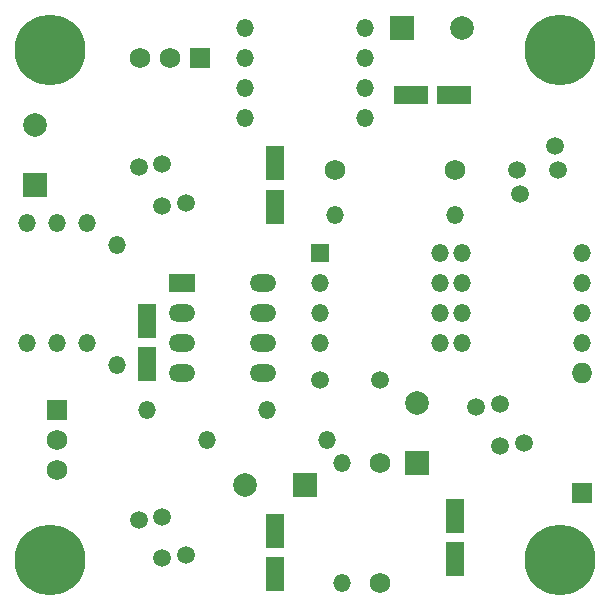
<source format=gts>
G04 (created by PCBNEW (2013-07-07 BZR 4022)-stable) date 5/10/2015 12:01:35 PM*
%MOIN*%
G04 Gerber Fmt 3.4, Leading zero omitted, Abs format*
%FSLAX34Y34*%
G01*
G70*
G90*
G04 APERTURE LIST*
%ADD10C,0.00590551*%
%ADD11R,0.069X0.069*%
%ADD12C,0.069*%
%ADD13O,0.059X0.059*%
%ADD14R,0.059X0.059*%
%ADD15R,0.0885X0.059*%
%ADD16O,0.0885X0.059*%
%ADD17O,0.069X0.069*%
%ADD18C,0.23622*%
%ADD19R,0.059X0.114*%
%ADD20R,0.114X0.059*%
%ADD21C,0.059*%
%ADD22R,0.079X0.079*%
%ADD23C,0.079*%
G04 APERTURE END LIST*
G54D10*
G54D11*
X70250Y-61500D03*
G54D12*
X68250Y-61500D03*
X69250Y-61500D03*
G54D11*
X65500Y-73250D03*
G54D12*
X65500Y-75250D03*
X65500Y-74250D03*
G54D13*
X74750Y-66750D03*
X78750Y-66750D03*
X71750Y-61500D03*
X75750Y-61500D03*
X71750Y-62500D03*
X75750Y-62500D03*
X75000Y-79000D03*
X75000Y-75000D03*
X71750Y-63500D03*
X75750Y-63500D03*
X71750Y-60500D03*
X75750Y-60500D03*
X74250Y-69000D03*
X78250Y-69000D03*
X74250Y-70000D03*
X78250Y-70000D03*
X72500Y-73250D03*
X68500Y-73250D03*
X74500Y-74250D03*
X70500Y-74250D03*
X83000Y-68000D03*
X79000Y-68000D03*
X78250Y-68000D03*
G54D14*
X74250Y-68000D03*
G54D13*
X83000Y-69000D03*
X79000Y-69000D03*
X64500Y-67000D03*
X64500Y-71000D03*
X67500Y-67750D03*
X67500Y-71750D03*
X66500Y-67000D03*
X66500Y-71000D03*
X65500Y-67000D03*
X65500Y-71000D03*
X83000Y-70000D03*
X79000Y-70000D03*
X83000Y-71000D03*
X79000Y-71000D03*
G54D12*
X76250Y-79000D03*
X76250Y-75000D03*
X78750Y-65250D03*
X74750Y-65250D03*
G54D15*
X69647Y-69000D03*
G54D16*
X69647Y-70000D03*
X69647Y-71000D03*
X69647Y-72000D03*
X72352Y-72000D03*
X72352Y-71000D03*
X72352Y-69000D03*
X72352Y-70000D03*
G54D11*
X83000Y-76000D03*
G54D17*
X83000Y-72000D03*
G54D18*
X65250Y-61250D03*
X82250Y-61250D03*
X65250Y-78250D03*
X82250Y-78250D03*
G54D19*
X72750Y-66475D03*
X72750Y-65025D03*
X78750Y-76775D03*
X78750Y-78225D03*
X72750Y-77275D03*
X72750Y-78725D03*
G54D20*
X77275Y-62750D03*
X78725Y-62750D03*
G54D21*
X69787Y-66340D03*
X68212Y-65159D03*
X69000Y-66438D03*
X69000Y-65061D03*
X81037Y-74340D03*
X79462Y-73159D03*
X80250Y-74438D03*
X80250Y-73061D03*
X68212Y-76909D03*
X69787Y-78090D03*
X69000Y-76811D03*
X69000Y-78188D03*
X80909Y-66037D03*
X82090Y-64462D03*
X80811Y-65250D03*
X82188Y-65250D03*
G54D22*
X73750Y-75750D03*
G54D23*
X71750Y-75750D03*
G54D22*
X77500Y-75000D03*
G54D23*
X77500Y-73000D03*
G54D22*
X64750Y-65750D03*
G54D23*
X64750Y-63750D03*
G54D22*
X77000Y-60500D03*
G54D23*
X79000Y-60500D03*
G54D19*
X68500Y-70275D03*
X68500Y-71725D03*
G54D13*
X78250Y-71000D03*
X74250Y-71000D03*
G54D21*
X74250Y-72250D03*
X76250Y-72250D03*
M02*

</source>
